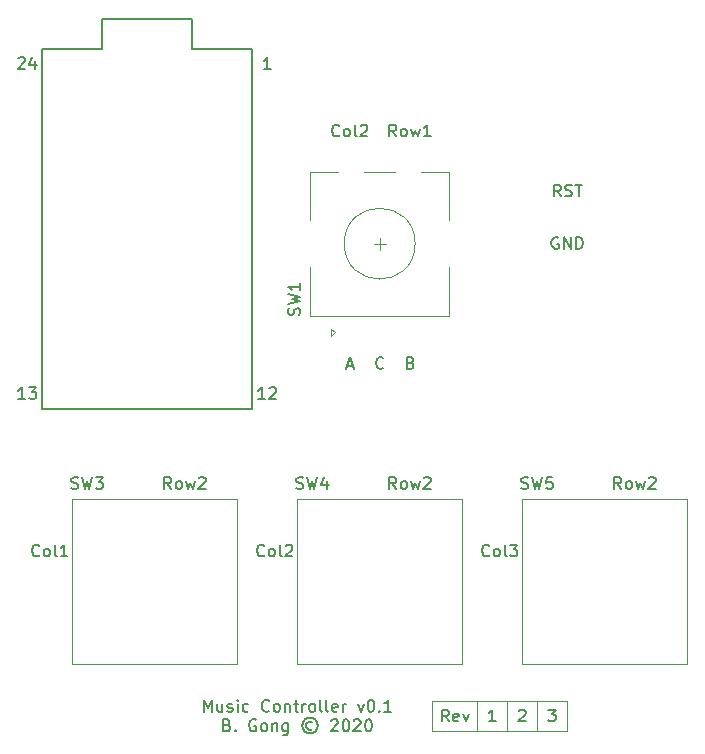
<source format=gto>
%TF.GenerationSoftware,KiCad,Pcbnew,(5.1.6)-1*%
%TF.CreationDate,2020-08-03T19:17:52-07:00*%
%TF.ProjectId,music controller,6d757369-6320-4636-9f6e-74726f6c6c65,rev?*%
%TF.SameCoordinates,Original*%
%TF.FileFunction,Legend,Top*%
%TF.FilePolarity,Positive*%
%FSLAX46Y46*%
G04 Gerber Fmt 4.6, Leading zero omitted, Abs format (unit mm)*
G04 Created by KiCad (PCBNEW (5.1.6)-1) date 2020-08-03 19:17:52*
%MOMM*%
%LPD*%
G01*
G04 APERTURE LIST*
%ADD10C,0.150000*%
%ADD11C,0.120000*%
G04 APERTURE END LIST*
D10*
X123579047Y-108942142D02*
X123531428Y-108989761D01*
X123388571Y-109037380D01*
X123293333Y-109037380D01*
X123150476Y-108989761D01*
X123055238Y-108894523D01*
X123007619Y-108799285D01*
X122960000Y-108608809D01*
X122960000Y-108465952D01*
X123007619Y-108275476D01*
X123055238Y-108180238D01*
X123150476Y-108085000D01*
X123293333Y-108037380D01*
X123388571Y-108037380D01*
X123531428Y-108085000D01*
X123579047Y-108132619D01*
X124150476Y-109037380D02*
X124055238Y-108989761D01*
X124007619Y-108942142D01*
X123960000Y-108846904D01*
X123960000Y-108561190D01*
X124007619Y-108465952D01*
X124055238Y-108418333D01*
X124150476Y-108370714D01*
X124293333Y-108370714D01*
X124388571Y-108418333D01*
X124436190Y-108465952D01*
X124483809Y-108561190D01*
X124483809Y-108846904D01*
X124436190Y-108942142D01*
X124388571Y-108989761D01*
X124293333Y-109037380D01*
X124150476Y-109037380D01*
X125055238Y-109037380D02*
X124960000Y-108989761D01*
X124912380Y-108894523D01*
X124912380Y-108037380D01*
X125340952Y-108037380D02*
X125960000Y-108037380D01*
X125626666Y-108418333D01*
X125769523Y-108418333D01*
X125864761Y-108465952D01*
X125912380Y-108513571D01*
X125960000Y-108608809D01*
X125960000Y-108846904D01*
X125912380Y-108942142D01*
X125864761Y-108989761D01*
X125769523Y-109037380D01*
X125483809Y-109037380D01*
X125388571Y-108989761D01*
X125340952Y-108942142D01*
X104529047Y-108942142D02*
X104481428Y-108989761D01*
X104338571Y-109037380D01*
X104243333Y-109037380D01*
X104100476Y-108989761D01*
X104005238Y-108894523D01*
X103957619Y-108799285D01*
X103910000Y-108608809D01*
X103910000Y-108465952D01*
X103957619Y-108275476D01*
X104005238Y-108180238D01*
X104100476Y-108085000D01*
X104243333Y-108037380D01*
X104338571Y-108037380D01*
X104481428Y-108085000D01*
X104529047Y-108132619D01*
X105100476Y-109037380D02*
X105005238Y-108989761D01*
X104957619Y-108942142D01*
X104910000Y-108846904D01*
X104910000Y-108561190D01*
X104957619Y-108465952D01*
X105005238Y-108418333D01*
X105100476Y-108370714D01*
X105243333Y-108370714D01*
X105338571Y-108418333D01*
X105386190Y-108465952D01*
X105433809Y-108561190D01*
X105433809Y-108846904D01*
X105386190Y-108942142D01*
X105338571Y-108989761D01*
X105243333Y-109037380D01*
X105100476Y-109037380D01*
X106005238Y-109037380D02*
X105910000Y-108989761D01*
X105862380Y-108894523D01*
X105862380Y-108037380D01*
X106338571Y-108132619D02*
X106386190Y-108085000D01*
X106481428Y-108037380D01*
X106719523Y-108037380D01*
X106814761Y-108085000D01*
X106862380Y-108132619D01*
X106910000Y-108227857D01*
X106910000Y-108323095D01*
X106862380Y-108465952D01*
X106290952Y-109037380D01*
X106910000Y-109037380D01*
X134747142Y-103322380D02*
X134413809Y-102846190D01*
X134175714Y-103322380D02*
X134175714Y-102322380D01*
X134556666Y-102322380D01*
X134651904Y-102370000D01*
X134699523Y-102417619D01*
X134747142Y-102512857D01*
X134747142Y-102655714D01*
X134699523Y-102750952D01*
X134651904Y-102798571D01*
X134556666Y-102846190D01*
X134175714Y-102846190D01*
X135318571Y-103322380D02*
X135223333Y-103274761D01*
X135175714Y-103227142D01*
X135128095Y-103131904D01*
X135128095Y-102846190D01*
X135175714Y-102750952D01*
X135223333Y-102703333D01*
X135318571Y-102655714D01*
X135461428Y-102655714D01*
X135556666Y-102703333D01*
X135604285Y-102750952D01*
X135651904Y-102846190D01*
X135651904Y-103131904D01*
X135604285Y-103227142D01*
X135556666Y-103274761D01*
X135461428Y-103322380D01*
X135318571Y-103322380D01*
X135985238Y-102655714D02*
X136175714Y-103322380D01*
X136366190Y-102846190D01*
X136556666Y-103322380D01*
X136747142Y-102655714D01*
X137080476Y-102417619D02*
X137128095Y-102370000D01*
X137223333Y-102322380D01*
X137461428Y-102322380D01*
X137556666Y-102370000D01*
X137604285Y-102417619D01*
X137651904Y-102512857D01*
X137651904Y-102608095D01*
X137604285Y-102750952D01*
X137032857Y-103322380D01*
X137651904Y-103322380D01*
X115697142Y-103322380D02*
X115363809Y-102846190D01*
X115125714Y-103322380D02*
X115125714Y-102322380D01*
X115506666Y-102322380D01*
X115601904Y-102370000D01*
X115649523Y-102417619D01*
X115697142Y-102512857D01*
X115697142Y-102655714D01*
X115649523Y-102750952D01*
X115601904Y-102798571D01*
X115506666Y-102846190D01*
X115125714Y-102846190D01*
X116268571Y-103322380D02*
X116173333Y-103274761D01*
X116125714Y-103227142D01*
X116078095Y-103131904D01*
X116078095Y-102846190D01*
X116125714Y-102750952D01*
X116173333Y-102703333D01*
X116268571Y-102655714D01*
X116411428Y-102655714D01*
X116506666Y-102703333D01*
X116554285Y-102750952D01*
X116601904Y-102846190D01*
X116601904Y-103131904D01*
X116554285Y-103227142D01*
X116506666Y-103274761D01*
X116411428Y-103322380D01*
X116268571Y-103322380D01*
X116935238Y-102655714D02*
X117125714Y-103322380D01*
X117316190Y-102846190D01*
X117506666Y-103322380D01*
X117697142Y-102655714D01*
X118030476Y-102417619D02*
X118078095Y-102370000D01*
X118173333Y-102322380D01*
X118411428Y-102322380D01*
X118506666Y-102370000D01*
X118554285Y-102417619D01*
X118601904Y-102512857D01*
X118601904Y-102608095D01*
X118554285Y-102750952D01*
X117982857Y-103322380D01*
X118601904Y-103322380D01*
X96647142Y-103322380D02*
X96313809Y-102846190D01*
X96075714Y-103322380D02*
X96075714Y-102322380D01*
X96456666Y-102322380D01*
X96551904Y-102370000D01*
X96599523Y-102417619D01*
X96647142Y-102512857D01*
X96647142Y-102655714D01*
X96599523Y-102750952D01*
X96551904Y-102798571D01*
X96456666Y-102846190D01*
X96075714Y-102846190D01*
X97218571Y-103322380D02*
X97123333Y-103274761D01*
X97075714Y-103227142D01*
X97028095Y-103131904D01*
X97028095Y-102846190D01*
X97075714Y-102750952D01*
X97123333Y-102703333D01*
X97218571Y-102655714D01*
X97361428Y-102655714D01*
X97456666Y-102703333D01*
X97504285Y-102750952D01*
X97551904Y-102846190D01*
X97551904Y-103131904D01*
X97504285Y-103227142D01*
X97456666Y-103274761D01*
X97361428Y-103322380D01*
X97218571Y-103322380D01*
X97885238Y-102655714D02*
X98075714Y-103322380D01*
X98266190Y-102846190D01*
X98456666Y-103322380D01*
X98647142Y-102655714D01*
X98980476Y-102417619D02*
X99028095Y-102370000D01*
X99123333Y-102322380D01*
X99361428Y-102322380D01*
X99456666Y-102370000D01*
X99504285Y-102417619D01*
X99551904Y-102512857D01*
X99551904Y-102608095D01*
X99504285Y-102750952D01*
X98932857Y-103322380D01*
X99551904Y-103322380D01*
X85479047Y-108942142D02*
X85431428Y-108989761D01*
X85288571Y-109037380D01*
X85193333Y-109037380D01*
X85050476Y-108989761D01*
X84955238Y-108894523D01*
X84907619Y-108799285D01*
X84860000Y-108608809D01*
X84860000Y-108465952D01*
X84907619Y-108275476D01*
X84955238Y-108180238D01*
X85050476Y-108085000D01*
X85193333Y-108037380D01*
X85288571Y-108037380D01*
X85431428Y-108085000D01*
X85479047Y-108132619D01*
X86050476Y-109037380D02*
X85955238Y-108989761D01*
X85907619Y-108942142D01*
X85860000Y-108846904D01*
X85860000Y-108561190D01*
X85907619Y-108465952D01*
X85955238Y-108418333D01*
X86050476Y-108370714D01*
X86193333Y-108370714D01*
X86288571Y-108418333D01*
X86336190Y-108465952D01*
X86383809Y-108561190D01*
X86383809Y-108846904D01*
X86336190Y-108942142D01*
X86288571Y-108989761D01*
X86193333Y-109037380D01*
X86050476Y-109037380D01*
X86955238Y-109037380D02*
X86860000Y-108989761D01*
X86812380Y-108894523D01*
X86812380Y-108037380D01*
X87860000Y-109037380D02*
X87288571Y-109037380D01*
X87574285Y-109037380D02*
X87574285Y-108037380D01*
X87479047Y-108180238D01*
X87383809Y-108275476D01*
X87288571Y-108323095D01*
X110879047Y-73382142D02*
X110831428Y-73429761D01*
X110688571Y-73477380D01*
X110593333Y-73477380D01*
X110450476Y-73429761D01*
X110355238Y-73334523D01*
X110307619Y-73239285D01*
X110260000Y-73048809D01*
X110260000Y-72905952D01*
X110307619Y-72715476D01*
X110355238Y-72620238D01*
X110450476Y-72525000D01*
X110593333Y-72477380D01*
X110688571Y-72477380D01*
X110831428Y-72525000D01*
X110879047Y-72572619D01*
X111450476Y-73477380D02*
X111355238Y-73429761D01*
X111307619Y-73382142D01*
X111260000Y-73286904D01*
X111260000Y-73001190D01*
X111307619Y-72905952D01*
X111355238Y-72858333D01*
X111450476Y-72810714D01*
X111593333Y-72810714D01*
X111688571Y-72858333D01*
X111736190Y-72905952D01*
X111783809Y-73001190D01*
X111783809Y-73286904D01*
X111736190Y-73382142D01*
X111688571Y-73429761D01*
X111593333Y-73477380D01*
X111450476Y-73477380D01*
X112355238Y-73477380D02*
X112260000Y-73429761D01*
X112212380Y-73334523D01*
X112212380Y-72477380D01*
X112688571Y-72572619D02*
X112736190Y-72525000D01*
X112831428Y-72477380D01*
X113069523Y-72477380D01*
X113164761Y-72525000D01*
X113212380Y-72572619D01*
X113260000Y-72667857D01*
X113260000Y-72763095D01*
X113212380Y-72905952D01*
X112640952Y-73477380D01*
X113260000Y-73477380D01*
X115697142Y-73477380D02*
X115363809Y-73001190D01*
X115125714Y-73477380D02*
X115125714Y-72477380D01*
X115506666Y-72477380D01*
X115601904Y-72525000D01*
X115649523Y-72572619D01*
X115697142Y-72667857D01*
X115697142Y-72810714D01*
X115649523Y-72905952D01*
X115601904Y-72953571D01*
X115506666Y-73001190D01*
X115125714Y-73001190D01*
X116268571Y-73477380D02*
X116173333Y-73429761D01*
X116125714Y-73382142D01*
X116078095Y-73286904D01*
X116078095Y-73001190D01*
X116125714Y-72905952D01*
X116173333Y-72858333D01*
X116268571Y-72810714D01*
X116411428Y-72810714D01*
X116506666Y-72858333D01*
X116554285Y-72905952D01*
X116601904Y-73001190D01*
X116601904Y-73286904D01*
X116554285Y-73382142D01*
X116506666Y-73429761D01*
X116411428Y-73477380D01*
X116268571Y-73477380D01*
X116935238Y-72810714D02*
X117125714Y-73477380D01*
X117316190Y-73001190D01*
X117506666Y-73477380D01*
X117697142Y-72810714D01*
X118601904Y-73477380D02*
X118030476Y-73477380D01*
X118316190Y-73477380D02*
X118316190Y-72477380D01*
X118220952Y-72620238D01*
X118125714Y-72715476D01*
X118030476Y-72763095D01*
X129627380Y-78557380D02*
X129294047Y-78081190D01*
X129055952Y-78557380D02*
X129055952Y-77557380D01*
X129436904Y-77557380D01*
X129532142Y-77605000D01*
X129579761Y-77652619D01*
X129627380Y-77747857D01*
X129627380Y-77890714D01*
X129579761Y-77985952D01*
X129532142Y-78033571D01*
X129436904Y-78081190D01*
X129055952Y-78081190D01*
X130008333Y-78509761D02*
X130151190Y-78557380D01*
X130389285Y-78557380D01*
X130484523Y-78509761D01*
X130532142Y-78462142D01*
X130579761Y-78366904D01*
X130579761Y-78271666D01*
X130532142Y-78176428D01*
X130484523Y-78128809D01*
X130389285Y-78081190D01*
X130198809Y-78033571D01*
X130103571Y-77985952D01*
X130055952Y-77938333D01*
X130008333Y-77843095D01*
X130008333Y-77747857D01*
X130055952Y-77652619D01*
X130103571Y-77605000D01*
X130198809Y-77557380D01*
X130436904Y-77557380D01*
X130579761Y-77605000D01*
X130865476Y-77557380D02*
X131436904Y-77557380D01*
X131151190Y-78557380D02*
X131151190Y-77557380D01*
X129413095Y-82050000D02*
X129317857Y-82002380D01*
X129175000Y-82002380D01*
X129032142Y-82050000D01*
X128936904Y-82145238D01*
X128889285Y-82240476D01*
X128841666Y-82430952D01*
X128841666Y-82573809D01*
X128889285Y-82764285D01*
X128936904Y-82859523D01*
X129032142Y-82954761D01*
X129175000Y-83002380D01*
X129270238Y-83002380D01*
X129413095Y-82954761D01*
X129460714Y-82907142D01*
X129460714Y-82573809D01*
X129270238Y-82573809D01*
X129889285Y-83002380D02*
X129889285Y-82002380D01*
X130460714Y-83002380D01*
X130460714Y-82002380D01*
X130936904Y-83002380D02*
X130936904Y-82002380D01*
X131175000Y-82002380D01*
X131317857Y-82050000D01*
X131413095Y-82145238D01*
X131460714Y-82240476D01*
X131508333Y-82430952D01*
X131508333Y-82573809D01*
X131460714Y-82764285D01*
X131413095Y-82859523D01*
X131317857Y-82954761D01*
X131175000Y-83002380D01*
X130936904Y-83002380D01*
X116911428Y-92638571D02*
X117054285Y-92686190D01*
X117101904Y-92733809D01*
X117149523Y-92829047D01*
X117149523Y-92971904D01*
X117101904Y-93067142D01*
X117054285Y-93114761D01*
X116959047Y-93162380D01*
X116578095Y-93162380D01*
X116578095Y-92162380D01*
X116911428Y-92162380D01*
X117006666Y-92210000D01*
X117054285Y-92257619D01*
X117101904Y-92352857D01*
X117101904Y-92448095D01*
X117054285Y-92543333D01*
X117006666Y-92590952D01*
X116911428Y-92638571D01*
X116578095Y-92638571D01*
X114609523Y-93067142D02*
X114561904Y-93114761D01*
X114419047Y-93162380D01*
X114323809Y-93162380D01*
X114180952Y-93114761D01*
X114085714Y-93019523D01*
X114038095Y-92924285D01*
X113990476Y-92733809D01*
X113990476Y-92590952D01*
X114038095Y-92400476D01*
X114085714Y-92305238D01*
X114180952Y-92210000D01*
X114323809Y-92162380D01*
X114419047Y-92162380D01*
X114561904Y-92210000D01*
X114609523Y-92257619D01*
X111521904Y-92876666D02*
X111998095Y-92876666D01*
X111426666Y-93162380D02*
X111760000Y-92162380D01*
X112093333Y-93162380D01*
X83693095Y-66857619D02*
X83740714Y-66810000D01*
X83835952Y-66762380D01*
X84074047Y-66762380D01*
X84169285Y-66810000D01*
X84216904Y-66857619D01*
X84264523Y-66952857D01*
X84264523Y-67048095D01*
X84216904Y-67190952D01*
X83645476Y-67762380D01*
X84264523Y-67762380D01*
X85121666Y-67095714D02*
X85121666Y-67762380D01*
X84883571Y-66714761D02*
X84645476Y-67429047D01*
X85264523Y-67429047D01*
X84264523Y-95702380D02*
X83693095Y-95702380D01*
X83978809Y-95702380D02*
X83978809Y-94702380D01*
X83883571Y-94845238D01*
X83788333Y-94940476D01*
X83693095Y-94988095D01*
X84597857Y-94702380D02*
X85216904Y-94702380D01*
X84883571Y-95083333D01*
X85026428Y-95083333D01*
X85121666Y-95130952D01*
X85169285Y-95178571D01*
X85216904Y-95273809D01*
X85216904Y-95511904D01*
X85169285Y-95607142D01*
X85121666Y-95654761D01*
X85026428Y-95702380D01*
X84740714Y-95702380D01*
X84645476Y-95654761D01*
X84597857Y-95607142D01*
X104584523Y-95702380D02*
X104013095Y-95702380D01*
X104298809Y-95702380D02*
X104298809Y-94702380D01*
X104203571Y-94845238D01*
X104108333Y-94940476D01*
X104013095Y-94988095D01*
X104965476Y-94797619D02*
X105013095Y-94750000D01*
X105108333Y-94702380D01*
X105346428Y-94702380D01*
X105441666Y-94750000D01*
X105489285Y-94797619D01*
X105536904Y-94892857D01*
X105536904Y-94988095D01*
X105489285Y-95130952D01*
X104917857Y-95702380D01*
X105536904Y-95702380D01*
X105060714Y-67762380D02*
X104489285Y-67762380D01*
X104775000Y-67762380D02*
X104775000Y-66762380D01*
X104679761Y-66905238D01*
X104584523Y-67000476D01*
X104489285Y-67048095D01*
X128571666Y-122007380D02*
X129190714Y-122007380D01*
X128857380Y-122388333D01*
X129000238Y-122388333D01*
X129095476Y-122435952D01*
X129143095Y-122483571D01*
X129190714Y-122578809D01*
X129190714Y-122816904D01*
X129143095Y-122912142D01*
X129095476Y-122959761D01*
X129000238Y-123007380D01*
X128714523Y-123007380D01*
X128619285Y-122959761D01*
X128571666Y-122912142D01*
X126079285Y-122102619D02*
X126126904Y-122055000D01*
X126222142Y-122007380D01*
X126460238Y-122007380D01*
X126555476Y-122055000D01*
X126603095Y-122102619D01*
X126650714Y-122197857D01*
X126650714Y-122293095D01*
X126603095Y-122435952D01*
X126031666Y-123007380D01*
X126650714Y-123007380D01*
X124110714Y-123007380D02*
X123539285Y-123007380D01*
X123825000Y-123007380D02*
X123825000Y-122007380D01*
X123729761Y-122150238D01*
X123634523Y-122245476D01*
X123539285Y-122293095D01*
D11*
X127635000Y-121285000D02*
X127635000Y-123825000D01*
X125095000Y-121285000D02*
X125095000Y-123825000D01*
X122555000Y-121285000D02*
X122555000Y-123825000D01*
X130175000Y-123825000D02*
X130175000Y-121285000D01*
X118745000Y-123825000D02*
X130175000Y-123825000D01*
X118745000Y-121285000D02*
X118745000Y-123825000D01*
X130175000Y-121285000D02*
X118745000Y-121285000D01*
D10*
X120150000Y-123007380D02*
X119816666Y-122531190D01*
X119578571Y-123007380D02*
X119578571Y-122007380D01*
X119959523Y-122007380D01*
X120054761Y-122055000D01*
X120102380Y-122102619D01*
X120150000Y-122197857D01*
X120150000Y-122340714D01*
X120102380Y-122435952D01*
X120054761Y-122483571D01*
X119959523Y-122531190D01*
X119578571Y-122531190D01*
X120959523Y-122959761D02*
X120864285Y-123007380D01*
X120673809Y-123007380D01*
X120578571Y-122959761D01*
X120530952Y-122864523D01*
X120530952Y-122483571D01*
X120578571Y-122388333D01*
X120673809Y-122340714D01*
X120864285Y-122340714D01*
X120959523Y-122388333D01*
X121007142Y-122483571D01*
X121007142Y-122578809D01*
X120530952Y-122674047D01*
X121340476Y-122340714D02*
X121578571Y-123007380D01*
X121816666Y-122340714D01*
X99410238Y-122182380D02*
X99410238Y-121182380D01*
X99743571Y-121896666D01*
X100076904Y-121182380D01*
X100076904Y-122182380D01*
X100981666Y-121515714D02*
X100981666Y-122182380D01*
X100553095Y-121515714D02*
X100553095Y-122039523D01*
X100600714Y-122134761D01*
X100695952Y-122182380D01*
X100838809Y-122182380D01*
X100934047Y-122134761D01*
X100981666Y-122087142D01*
X101410238Y-122134761D02*
X101505476Y-122182380D01*
X101695952Y-122182380D01*
X101791190Y-122134761D01*
X101838809Y-122039523D01*
X101838809Y-121991904D01*
X101791190Y-121896666D01*
X101695952Y-121849047D01*
X101553095Y-121849047D01*
X101457857Y-121801428D01*
X101410238Y-121706190D01*
X101410238Y-121658571D01*
X101457857Y-121563333D01*
X101553095Y-121515714D01*
X101695952Y-121515714D01*
X101791190Y-121563333D01*
X102267380Y-122182380D02*
X102267380Y-121515714D01*
X102267380Y-121182380D02*
X102219761Y-121230000D01*
X102267380Y-121277619D01*
X102315000Y-121230000D01*
X102267380Y-121182380D01*
X102267380Y-121277619D01*
X103172142Y-122134761D02*
X103076904Y-122182380D01*
X102886428Y-122182380D01*
X102791190Y-122134761D01*
X102743571Y-122087142D01*
X102695952Y-121991904D01*
X102695952Y-121706190D01*
X102743571Y-121610952D01*
X102791190Y-121563333D01*
X102886428Y-121515714D01*
X103076904Y-121515714D01*
X103172142Y-121563333D01*
X104934047Y-122087142D02*
X104886428Y-122134761D01*
X104743571Y-122182380D01*
X104648333Y-122182380D01*
X104505476Y-122134761D01*
X104410238Y-122039523D01*
X104362619Y-121944285D01*
X104315000Y-121753809D01*
X104315000Y-121610952D01*
X104362619Y-121420476D01*
X104410238Y-121325238D01*
X104505476Y-121230000D01*
X104648333Y-121182380D01*
X104743571Y-121182380D01*
X104886428Y-121230000D01*
X104934047Y-121277619D01*
X105505476Y-122182380D02*
X105410238Y-122134761D01*
X105362619Y-122087142D01*
X105315000Y-121991904D01*
X105315000Y-121706190D01*
X105362619Y-121610952D01*
X105410238Y-121563333D01*
X105505476Y-121515714D01*
X105648333Y-121515714D01*
X105743571Y-121563333D01*
X105791190Y-121610952D01*
X105838809Y-121706190D01*
X105838809Y-121991904D01*
X105791190Y-122087142D01*
X105743571Y-122134761D01*
X105648333Y-122182380D01*
X105505476Y-122182380D01*
X106267380Y-121515714D02*
X106267380Y-122182380D01*
X106267380Y-121610952D02*
X106315000Y-121563333D01*
X106410238Y-121515714D01*
X106553095Y-121515714D01*
X106648333Y-121563333D01*
X106695952Y-121658571D01*
X106695952Y-122182380D01*
X107029285Y-121515714D02*
X107410238Y-121515714D01*
X107172142Y-121182380D02*
X107172142Y-122039523D01*
X107219761Y-122134761D01*
X107315000Y-122182380D01*
X107410238Y-122182380D01*
X107743571Y-122182380D02*
X107743571Y-121515714D01*
X107743571Y-121706190D02*
X107791190Y-121610952D01*
X107838809Y-121563333D01*
X107934047Y-121515714D01*
X108029285Y-121515714D01*
X108505476Y-122182380D02*
X108410238Y-122134761D01*
X108362619Y-122087142D01*
X108315000Y-121991904D01*
X108315000Y-121706190D01*
X108362619Y-121610952D01*
X108410238Y-121563333D01*
X108505476Y-121515714D01*
X108648333Y-121515714D01*
X108743571Y-121563333D01*
X108791190Y-121610952D01*
X108838809Y-121706190D01*
X108838809Y-121991904D01*
X108791190Y-122087142D01*
X108743571Y-122134761D01*
X108648333Y-122182380D01*
X108505476Y-122182380D01*
X109410238Y-122182380D02*
X109315000Y-122134761D01*
X109267380Y-122039523D01*
X109267380Y-121182380D01*
X109934047Y-122182380D02*
X109838809Y-122134761D01*
X109791190Y-122039523D01*
X109791190Y-121182380D01*
X110695952Y-122134761D02*
X110600714Y-122182380D01*
X110410238Y-122182380D01*
X110315000Y-122134761D01*
X110267380Y-122039523D01*
X110267380Y-121658571D01*
X110315000Y-121563333D01*
X110410238Y-121515714D01*
X110600714Y-121515714D01*
X110695952Y-121563333D01*
X110743571Y-121658571D01*
X110743571Y-121753809D01*
X110267380Y-121849047D01*
X111172142Y-122182380D02*
X111172142Y-121515714D01*
X111172142Y-121706190D02*
X111219761Y-121610952D01*
X111267380Y-121563333D01*
X111362619Y-121515714D01*
X111457857Y-121515714D01*
X112457857Y-121515714D02*
X112695952Y-122182380D01*
X112934047Y-121515714D01*
X113505476Y-121182380D02*
X113600714Y-121182380D01*
X113695952Y-121230000D01*
X113743571Y-121277619D01*
X113791190Y-121372857D01*
X113838809Y-121563333D01*
X113838809Y-121801428D01*
X113791190Y-121991904D01*
X113743571Y-122087142D01*
X113695952Y-122134761D01*
X113600714Y-122182380D01*
X113505476Y-122182380D01*
X113410238Y-122134761D01*
X113362619Y-122087142D01*
X113315000Y-121991904D01*
X113267380Y-121801428D01*
X113267380Y-121563333D01*
X113315000Y-121372857D01*
X113362619Y-121277619D01*
X113410238Y-121230000D01*
X113505476Y-121182380D01*
X114267380Y-122087142D02*
X114315000Y-122134761D01*
X114267380Y-122182380D01*
X114219761Y-122134761D01*
X114267380Y-122087142D01*
X114267380Y-122182380D01*
X115267380Y-122182380D02*
X114695952Y-122182380D01*
X114981666Y-122182380D02*
X114981666Y-121182380D01*
X114886428Y-121325238D01*
X114791190Y-121420476D01*
X114695952Y-121468095D01*
X101386428Y-123308571D02*
X101529285Y-123356190D01*
X101576904Y-123403809D01*
X101624523Y-123499047D01*
X101624523Y-123641904D01*
X101576904Y-123737142D01*
X101529285Y-123784761D01*
X101434047Y-123832380D01*
X101053095Y-123832380D01*
X101053095Y-122832380D01*
X101386428Y-122832380D01*
X101481666Y-122880000D01*
X101529285Y-122927619D01*
X101576904Y-123022857D01*
X101576904Y-123118095D01*
X101529285Y-123213333D01*
X101481666Y-123260952D01*
X101386428Y-123308571D01*
X101053095Y-123308571D01*
X102053095Y-123737142D02*
X102100714Y-123784761D01*
X102053095Y-123832380D01*
X102005476Y-123784761D01*
X102053095Y-123737142D01*
X102053095Y-123832380D01*
X103815000Y-122880000D02*
X103719761Y-122832380D01*
X103576904Y-122832380D01*
X103434047Y-122880000D01*
X103338809Y-122975238D01*
X103291190Y-123070476D01*
X103243571Y-123260952D01*
X103243571Y-123403809D01*
X103291190Y-123594285D01*
X103338809Y-123689523D01*
X103434047Y-123784761D01*
X103576904Y-123832380D01*
X103672142Y-123832380D01*
X103815000Y-123784761D01*
X103862619Y-123737142D01*
X103862619Y-123403809D01*
X103672142Y-123403809D01*
X104434047Y-123832380D02*
X104338809Y-123784761D01*
X104291190Y-123737142D01*
X104243571Y-123641904D01*
X104243571Y-123356190D01*
X104291190Y-123260952D01*
X104338809Y-123213333D01*
X104434047Y-123165714D01*
X104576904Y-123165714D01*
X104672142Y-123213333D01*
X104719761Y-123260952D01*
X104767380Y-123356190D01*
X104767380Y-123641904D01*
X104719761Y-123737142D01*
X104672142Y-123784761D01*
X104576904Y-123832380D01*
X104434047Y-123832380D01*
X105195952Y-123165714D02*
X105195952Y-123832380D01*
X105195952Y-123260952D02*
X105243571Y-123213333D01*
X105338809Y-123165714D01*
X105481666Y-123165714D01*
X105576904Y-123213333D01*
X105624523Y-123308571D01*
X105624523Y-123832380D01*
X106529285Y-123165714D02*
X106529285Y-123975238D01*
X106481666Y-124070476D01*
X106434047Y-124118095D01*
X106338809Y-124165714D01*
X106195952Y-124165714D01*
X106100714Y-124118095D01*
X106529285Y-123784761D02*
X106434047Y-123832380D01*
X106243571Y-123832380D01*
X106148333Y-123784761D01*
X106100714Y-123737142D01*
X106053095Y-123641904D01*
X106053095Y-123356190D01*
X106100714Y-123260952D01*
X106148333Y-123213333D01*
X106243571Y-123165714D01*
X106434047Y-123165714D01*
X106529285Y-123213333D01*
X108576904Y-123070476D02*
X108481666Y-123022857D01*
X108291190Y-123022857D01*
X108195952Y-123070476D01*
X108100714Y-123165714D01*
X108053095Y-123260952D01*
X108053095Y-123451428D01*
X108100714Y-123546666D01*
X108195952Y-123641904D01*
X108291190Y-123689523D01*
X108481666Y-123689523D01*
X108576904Y-123641904D01*
X108386428Y-122689523D02*
X108148333Y-122737142D01*
X107910238Y-122880000D01*
X107767380Y-123118095D01*
X107719761Y-123356190D01*
X107767380Y-123594285D01*
X107910238Y-123832380D01*
X108148333Y-123975238D01*
X108386428Y-124022857D01*
X108624523Y-123975238D01*
X108862619Y-123832380D01*
X109005476Y-123594285D01*
X109053095Y-123356190D01*
X109005476Y-123118095D01*
X108862619Y-122880000D01*
X108624523Y-122737142D01*
X108386428Y-122689523D01*
X110195952Y-122927619D02*
X110243571Y-122880000D01*
X110338809Y-122832380D01*
X110576904Y-122832380D01*
X110672142Y-122880000D01*
X110719761Y-122927619D01*
X110767380Y-123022857D01*
X110767380Y-123118095D01*
X110719761Y-123260952D01*
X110148333Y-123832380D01*
X110767380Y-123832380D01*
X111386428Y-122832380D02*
X111481666Y-122832380D01*
X111576904Y-122880000D01*
X111624523Y-122927619D01*
X111672142Y-123022857D01*
X111719761Y-123213333D01*
X111719761Y-123451428D01*
X111672142Y-123641904D01*
X111624523Y-123737142D01*
X111576904Y-123784761D01*
X111481666Y-123832380D01*
X111386428Y-123832380D01*
X111291190Y-123784761D01*
X111243571Y-123737142D01*
X111195952Y-123641904D01*
X111148333Y-123451428D01*
X111148333Y-123213333D01*
X111195952Y-123022857D01*
X111243571Y-122927619D01*
X111291190Y-122880000D01*
X111386428Y-122832380D01*
X112100714Y-122927619D02*
X112148333Y-122880000D01*
X112243571Y-122832380D01*
X112481666Y-122832380D01*
X112576904Y-122880000D01*
X112624523Y-122927619D01*
X112672142Y-123022857D01*
X112672142Y-123118095D01*
X112624523Y-123260952D01*
X112053095Y-123832380D01*
X112672142Y-123832380D01*
X113291190Y-122832380D02*
X113386428Y-122832380D01*
X113481666Y-122880000D01*
X113529285Y-122927619D01*
X113576904Y-123022857D01*
X113624523Y-123213333D01*
X113624523Y-123451428D01*
X113576904Y-123641904D01*
X113529285Y-123737142D01*
X113481666Y-123784761D01*
X113386428Y-123832380D01*
X113291190Y-123832380D01*
X113195952Y-123784761D01*
X113148333Y-123737142D01*
X113100714Y-123641904D01*
X113053095Y-123451428D01*
X113053095Y-123213333D01*
X113100714Y-123022857D01*
X113148333Y-122927619D01*
X113195952Y-122880000D01*
X113291190Y-122832380D01*
%TO.C,U1*%
X85725000Y-96520000D02*
X103505000Y-96520000D01*
X103505000Y-96520000D02*
X103505000Y-66040000D01*
X103505000Y-66040000D02*
X98425000Y-66040000D01*
X98425000Y-66040000D02*
X98425000Y-63500000D01*
X98425000Y-63500000D02*
X90805000Y-63500000D01*
X90805000Y-63500000D02*
X90805000Y-66040000D01*
X90805000Y-66040000D02*
X85725000Y-66040000D01*
X85725000Y-66040000D02*
X85725000Y-96520000D01*
D11*
%TO.C,SW4*%
X107315000Y-104140000D02*
X121285000Y-104140000D01*
X121285000Y-104140000D02*
X121285000Y-118110000D01*
X121285000Y-118110000D02*
X107315000Y-118110000D01*
X107315000Y-118110000D02*
X107315000Y-104140000D01*
%TO.C,SW1*%
X114300000Y-83050000D02*
X114300000Y-82050000D01*
X113800000Y-82550000D02*
X114800000Y-82550000D01*
X117800000Y-76450000D02*
X120200000Y-76450000D01*
X113000000Y-76450000D02*
X115600000Y-76450000D01*
X108400000Y-76450000D02*
X110800000Y-76450000D01*
X110200000Y-89750000D02*
X110500000Y-90050000D01*
X110200000Y-90350000D02*
X110200000Y-89750000D01*
X110500000Y-90050000D02*
X110200000Y-90350000D01*
X108400000Y-88650000D02*
X120200000Y-88650000D01*
X108400000Y-84550000D02*
X108400000Y-88650000D01*
X120200000Y-84550000D02*
X120200000Y-88650000D01*
X120200000Y-76450000D02*
X120200000Y-80550000D01*
X108400000Y-80550000D02*
X108400000Y-76450000D01*
X117300000Y-82550000D02*
G75*
G03*
X117300000Y-82550000I-3000000J0D01*
G01*
%TO.C,SW5*%
X126365000Y-104140000D02*
X140335000Y-104140000D01*
X140335000Y-104140000D02*
X140335000Y-118110000D01*
X140335000Y-118110000D02*
X126365000Y-118110000D01*
X126365000Y-118110000D02*
X126365000Y-104140000D01*
%TO.C,SW3*%
X88265000Y-104140000D02*
X102235000Y-104140000D01*
X102235000Y-104140000D02*
X102235000Y-118110000D01*
X102235000Y-118110000D02*
X88265000Y-118110000D01*
X88265000Y-118110000D02*
X88265000Y-104140000D01*
%TO.C,*%
D10*
%TO.C,SW4*%
X107251666Y-103274761D02*
X107394523Y-103322380D01*
X107632619Y-103322380D01*
X107727857Y-103274761D01*
X107775476Y-103227142D01*
X107823095Y-103131904D01*
X107823095Y-103036666D01*
X107775476Y-102941428D01*
X107727857Y-102893809D01*
X107632619Y-102846190D01*
X107442142Y-102798571D01*
X107346904Y-102750952D01*
X107299285Y-102703333D01*
X107251666Y-102608095D01*
X107251666Y-102512857D01*
X107299285Y-102417619D01*
X107346904Y-102370000D01*
X107442142Y-102322380D01*
X107680238Y-102322380D01*
X107823095Y-102370000D01*
X108156428Y-102322380D02*
X108394523Y-103322380D01*
X108585000Y-102608095D01*
X108775476Y-103322380D01*
X109013571Y-102322380D01*
X109823095Y-102655714D02*
X109823095Y-103322380D01*
X109585000Y-102274761D02*
X109346904Y-102989047D01*
X109965952Y-102989047D01*
%TO.C,SW1*%
X107504761Y-88583333D02*
X107552380Y-88440476D01*
X107552380Y-88202380D01*
X107504761Y-88107142D01*
X107457142Y-88059523D01*
X107361904Y-88011904D01*
X107266666Y-88011904D01*
X107171428Y-88059523D01*
X107123809Y-88107142D01*
X107076190Y-88202380D01*
X107028571Y-88392857D01*
X106980952Y-88488095D01*
X106933333Y-88535714D01*
X106838095Y-88583333D01*
X106742857Y-88583333D01*
X106647619Y-88535714D01*
X106600000Y-88488095D01*
X106552380Y-88392857D01*
X106552380Y-88154761D01*
X106600000Y-88011904D01*
X106552380Y-87678571D02*
X107552380Y-87440476D01*
X106838095Y-87250000D01*
X107552380Y-87059523D01*
X106552380Y-86821428D01*
X107552380Y-85916666D02*
X107552380Y-86488095D01*
X107552380Y-86202380D02*
X106552380Y-86202380D01*
X106695238Y-86297619D01*
X106790476Y-86392857D01*
X106838095Y-86488095D01*
%TO.C,SW5*%
X126301666Y-103274761D02*
X126444523Y-103322380D01*
X126682619Y-103322380D01*
X126777857Y-103274761D01*
X126825476Y-103227142D01*
X126873095Y-103131904D01*
X126873095Y-103036666D01*
X126825476Y-102941428D01*
X126777857Y-102893809D01*
X126682619Y-102846190D01*
X126492142Y-102798571D01*
X126396904Y-102750952D01*
X126349285Y-102703333D01*
X126301666Y-102608095D01*
X126301666Y-102512857D01*
X126349285Y-102417619D01*
X126396904Y-102370000D01*
X126492142Y-102322380D01*
X126730238Y-102322380D01*
X126873095Y-102370000D01*
X127206428Y-102322380D02*
X127444523Y-103322380D01*
X127635000Y-102608095D01*
X127825476Y-103322380D01*
X128063571Y-102322380D01*
X128920714Y-102322380D02*
X128444523Y-102322380D01*
X128396904Y-102798571D01*
X128444523Y-102750952D01*
X128539761Y-102703333D01*
X128777857Y-102703333D01*
X128873095Y-102750952D01*
X128920714Y-102798571D01*
X128968333Y-102893809D01*
X128968333Y-103131904D01*
X128920714Y-103227142D01*
X128873095Y-103274761D01*
X128777857Y-103322380D01*
X128539761Y-103322380D01*
X128444523Y-103274761D01*
X128396904Y-103227142D01*
%TO.C,SW3*%
X88201666Y-103274761D02*
X88344523Y-103322380D01*
X88582619Y-103322380D01*
X88677857Y-103274761D01*
X88725476Y-103227142D01*
X88773095Y-103131904D01*
X88773095Y-103036666D01*
X88725476Y-102941428D01*
X88677857Y-102893809D01*
X88582619Y-102846190D01*
X88392142Y-102798571D01*
X88296904Y-102750952D01*
X88249285Y-102703333D01*
X88201666Y-102608095D01*
X88201666Y-102512857D01*
X88249285Y-102417619D01*
X88296904Y-102370000D01*
X88392142Y-102322380D01*
X88630238Y-102322380D01*
X88773095Y-102370000D01*
X89106428Y-102322380D02*
X89344523Y-103322380D01*
X89535000Y-102608095D01*
X89725476Y-103322380D01*
X89963571Y-102322380D01*
X90249285Y-102322380D02*
X90868333Y-102322380D01*
X90535000Y-102703333D01*
X90677857Y-102703333D01*
X90773095Y-102750952D01*
X90820714Y-102798571D01*
X90868333Y-102893809D01*
X90868333Y-103131904D01*
X90820714Y-103227142D01*
X90773095Y-103274761D01*
X90677857Y-103322380D01*
X90392142Y-103322380D01*
X90296904Y-103274761D01*
X90249285Y-103227142D01*
%TD*%
M02*

</source>
